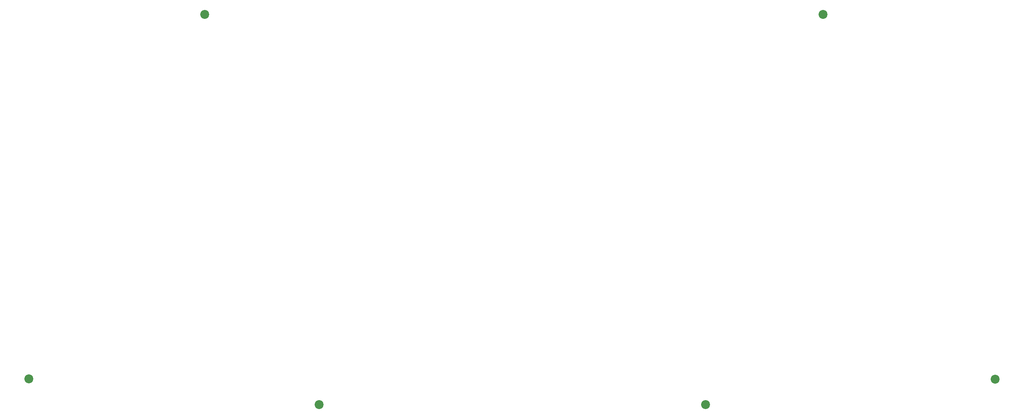
<source format=gbr>
%TF.GenerationSoftware,KiCad,Pcbnew,(6.0.7)*%
%TF.CreationDate,2022-10-26T00:05:01+02:00*%
%TF.ProjectId,the PETER switchplate,74686520-5045-4544-9552-207377697463,rev?*%
%TF.SameCoordinates,Original*%
%TF.FileFunction,Soldermask,Top*%
%TF.FilePolarity,Negative*%
%FSLAX46Y46*%
G04 Gerber Fmt 4.6, Leading zero omitted, Abs format (unit mm)*
G04 Created by KiCad (PCBNEW (6.0.7)) date 2022-10-26 00:05:01*
%MOMM*%
%LPD*%
G01*
G04 APERTURE LIST*
%ADD10C,2.200000*%
G04 APERTURE END LIST*
D10*
%TO.C,H5*%
X96837500Y-146050000D03*
%TD*%
%TO.C,H4*%
X263525000Y-139768508D03*
%TD*%
%TO.C,H6*%
X192087500Y-146050000D03*
%TD*%
%TO.C,H3*%
X25323510Y-139742815D03*
%TD*%
%TO.C,H1*%
X68707000Y-49783999D03*
%TD*%
%TO.C,H2*%
X221107000Y-49784000D03*
%TD*%
M02*

</source>
